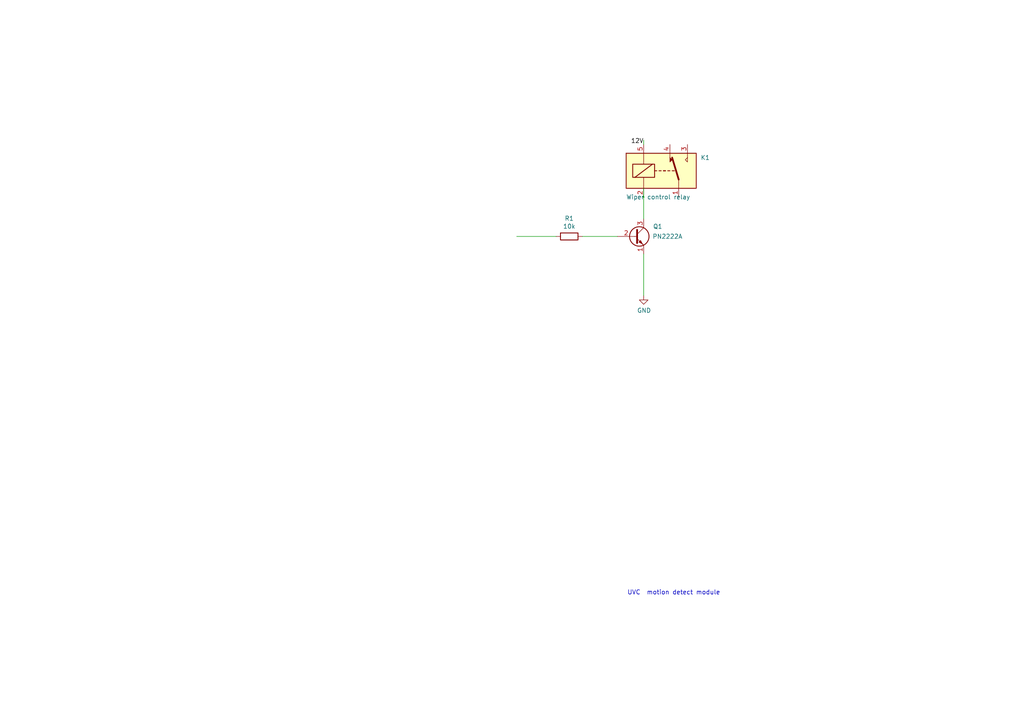
<source format=kicad_sch>
(kicad_sch (version 20200828) (generator eeschema)
  (page 1 1)
  (paper "A4")
  (lib_symbols
    (symbol "Device:R" (pin_numbers hide) (pin_names (offset 0))
      (property "Reference" "R" (at 2.032 0 90))
      (property "Value" "R" (at 0 0 90))
      (symbol "R_0_1"
        (rectangle (start -1.016 -2.54) (end 1.016 2.54) (stroke (width 0.254)))
      )
      (symbol "R_1_1"
        (pin passive line (at 0 3.81 270) (length 1.27) (name "~") (number "1"))
        (pin passive line (at 0 -3.81 90) (length 1.27) (name "~") (number "2"))
      )
    )
    (symbol "Relay:SANYOU_SRD_Form_C"
      (property "Reference" "K" (at 11.43 3.81 0))
      (property "Value" "SANYOU_SRD_Form_C" (at 11.43 1.27 0))
      (symbol "SANYOU_SRD_Form_C_0_1"
        (rectangle (start -10.16 5.08) (end 10.16 -5.08) (stroke (width 0.254)) (fill (type background)))
        (rectangle (start -8.255 1.905) (end -1.905 -1.905) (stroke (width 0.254)))
        (polyline (pts (xy -7.62 -1.905) (xy -2.54 1.905)) (stroke (width 0.254)))
        (polyline (pts (xy -5.08 -5.08) (xy -5.08 -1.905)))
        (polyline (pts (xy -5.08 5.08) (xy -5.08 1.905)))
        (polyline (pts (xy -1.905 0) (xy -1.27 0)) (stroke (width 0.254)))
        (polyline (pts (xy -0.635 0) (xy 0 0)) (stroke (width 0.254)))
        (polyline (pts (xy 0.635 0) (xy 1.27 0)) (stroke (width 0.254)))
        (polyline (pts (xy 0.635 0) (xy 1.27 0)) (stroke (width 0.254)))
        (polyline (pts (xy 1.905 0) (xy 2.54 0)) (stroke (width 0.254)))
        (polyline (pts (xy 3.175 0) (xy 3.81 0)) (stroke (width 0.254)))
        (polyline (pts (xy 5.08 -2.54) (xy 3.175 3.81)) (stroke (width 0.508)))
        (polyline (pts (xy 5.08 -2.54) (xy 5.08 -5.08)))
      )
      (symbol "SANYOU_SRD_Form_C_0_0"
        (polyline (pts (xy 2.54 3.81) (xy 2.54 5.08)))
        (polyline (pts (xy 7.62 3.81) (xy 7.62 5.08)))
        (polyline (pts (xy 7.62 3.81) (xy 7.62 2.54) (xy 6.985 3.175) (xy 7.62 3.81)))
      )
      (symbol "SANYOU_SRD_Form_C_1_1"
        (polyline (pts (xy 2.54 3.81) (xy 3.175 3.175) (xy 2.54 2.54) (xy 2.54 3.81)) (fill (type outline)))
        (pin passive line (at 5.08 -7.62 90) (length 2.54) (name "~") (number "1"))
        (pin passive line (at -5.08 -7.62 90) (length 2.54) (name "~") (number "2"))
        (pin passive line (at 7.62 7.62 270) (length 2.54) (name "~") (number "3"))
        (pin passive line (at 2.54 7.62 270) (length 2.54) (name "~") (number "4"))
        (pin passive line (at -5.08 7.62 270) (length 2.54) (name "~") (number "5"))
      )
    )
    (symbol "Transistor_BJT:PN2222A" (pin_names (offset 0) hide)
      (property "Reference" "Q" (at 5.08 1.905 0))
      (property "Value" "PN2222A" (at 5.08 0 0))
      (symbol "PN2222A_0_1"
        (circle (center 1.27 0) (radius 2.8194) (stroke (width 0.254)))
        (polyline (pts (xy 0 0) (xy 0.635 0)))
        (polyline (pts (xy 2.54 -2.54) (xy 0.635 -0.635)))
        (polyline (pts (xy 2.54 2.54) (xy 0.635 0.635)))
        (polyline (pts (xy 0.635 1.905) (xy 0.635 -1.905) (xy 0.635 -1.905)) (stroke (width 0.508)))
        (polyline (pts (xy 2.413 -2.413) (xy 1.905 -1.905) (xy 1.905 -1.905)))
        (polyline (pts (xy 1.143 -1.651) (xy 1.651 -1.143) (xy 2.159 -2.159) (xy 1.143 -1.651) (xy 1.143 -1.651)) (fill (type outline)))
      )
      (symbol "PN2222A_1_1"
        (pin passive line (at 2.54 -5.08 90) (length 2.54) (name "E") (number "1"))
        (pin input line (at -5.08 0 0) (length 5.08) (name "B") (number "2"))
        (pin passive line (at 2.54 5.08 270) (length 2.54) (name "C") (number "3"))
      )
    )
    (symbol "power:GND" (power) (pin_names (offset 0))
      (property "Value" "GND" (at 0 -3.81 0))
      (symbol "GND_0_1"
        (polyline (pts (xy 0 0) (xy 0 -1.27) (xy 1.27 -1.27) (xy 0 -2.54) (xy -1.27 -1.27) (xy 0 -1.27)))
      )
      (symbol "GND_1_1"
        (pin power_in line (at 0 0 270) (length 0) hide (name "GND") (number "1"))
      )
    )
  )
  (junction (at 186.69 57.15) (diameter 0.2591))
  (wire (pts (xy 149.86 68.58) (xy 161.29 68.58)))
  (wire (pts (xy 168.91 68.58) (xy 179.07 68.58)))
  (wire (pts (xy 186.69 40.64) (xy 186.69 41.91)))
  (wire (pts (xy 186.69 54.61) (xy 186.69 57.15)))
  (wire (pts (xy 186.69 57.15) (xy 186.69 63.5)))
  (wire (pts (xy 186.69 73.66) (xy 186.69 85.725)))
  (text "UVC  motion detect module" (at 208.915 172.72 180) (effects (font (size 1.27 1.27)) (justify right bottom)))
  (label "12V" (at 186.69 41.91 180))
  (symbol (lib_id "power:GND") (at 186.69 85.725 0) (unit 1)
    (property "Reference" "#PWR0101" (effects hide))
    (property "Value" "GND" (at 186.8043 90.0494 0))
  )
  (symbol (lib_id "Device:R") (at 165.1 68.58 90) (unit 1)
    (property "Reference" "R1" (at 165.1 63.3538 90))
    (property "Value" "10k" (at 165.1 65.6525 90))
  )
  (symbol (lib_id "Transistor_BJT:PN2222A") (at 184.15 68.58 0) (unit 1)
    (property "Reference" "Q1" (at 189.3824 65.6844 0) (effects (justify left)))
    (property "Value" "PN2222A" (at 189.23 68.58 0) (effects (justify left)))
    (property "Footprint" "Package_TO_SOT_THT:TO-92_Inline" (effects hide))
    (property "Datasheet" "http://www.fairchildsemi.com/ds/PN/PN2222A.pdf" (effects hide))
  )
  (symbol (lib_id "Relay:SANYOU_SRD_Form_C") (at 191.77 49.53 0) (unit 1)
    (property "Reference" "K1" (at 203.2 45.72 0) (effects (justify left)))
    (property "Value" "Wiper control relay" (at 181.61 57.15 0) (effects (justify left)))
    (property "Footprint" "Relay_THT:Relay_SPDT_SANYOU_SRD_Series_Form_C" (effects hide))
    (property "Datasheet" "http://www.sanyourelay.ca/public/products/pdf/SRD.pdf" (effects hide))
  )
)
</source>
